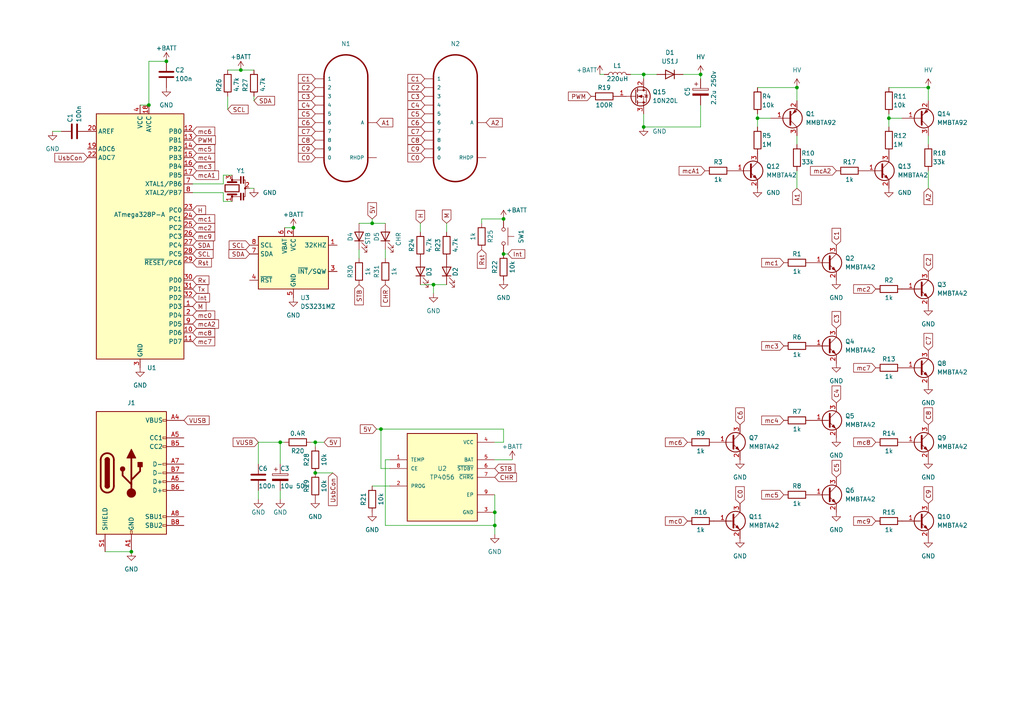
<source format=kicad_sch>
(kicad_sch (version 20211123) (generator eeschema)
  (paper "A4")
  (lib_symbols
    (symbol "Connector:USB_C_Receptacle_USB2.0" (pin_names (offset 1.016))
      (property "Reference" "J" (at -10.16 19.05 0))
      (property "Value" "USB_C_Receptacle_USB2.0" (at 19.05 19.05 0))
      (symbol "USB_C_Receptacle_USB2.0_1_1"
        (pin passive line (at 0 -22.86 90) (length 5.08) (name "GND") (number "A1"))
        (pin passive line (at 0 -22.86 90) (length 5.08) hide (name "GND") (number "A12"))
        (pin passive line (at 15.24 15.24 180) (length 5.08) (name "VBUS") (number "A4"))
        (pin bidirectional line (at 15.24 10.16 180) (length 5.08) (name "CC1") (number "A5"))
        (pin bidirectional line (at 15.24 -2.54 180) (length 5.08) (name "D+") (number "A6"))
        (pin bidirectional line (at 15.24 2.54 180) (length 5.08) (name "D-") (number "A7"))
        (pin bidirectional line (at 15.24 -12.7 180) (length 5.08) (name "SBU1") (number "A8"))
        (pin passive line (at 15.24 15.24 180) (length 5.08) hide (name "VBUS") (number "A9"))
        (pin passive line (at 0 -22.86 90) (length 5.08) hide (name "GND") (number "B1"))
        (pin passive line (at 0 -22.86 90) (length 5.08) hide (name "GND") (number "B12"))
        (pin passive line (at 15.24 15.24 180) (length 5.08) hide (name "VBUS") (number "B4"))
        (pin bidirectional line (at 15.24 7.62 180) (length 5.08) (name "CC2") (number "B5"))
        (pin bidirectional line (at 15.24 -5.08 180) (length 5.08) (name "D+") (number "B6"))
        (pin bidirectional line (at 15.24 0 180) (length 5.08) (name "D-") (number "B7"))
        (pin bidirectional line (at 15.24 -15.24 180) (length 5.08) (name "SBU2") (number "B8"))
        (pin passive line (at 15.24 15.24 180) (length 5.08) hide (name "VBUS") (number "B9"))
        (pin passive line (at -7.62 -22.86 90) (length 5.08) (name "SHIELD") (number "S1"))
      )
    )
    (symbol "Device:C" (pin_numbers hide) (pin_names (offset 0.254))
      (property "Reference" "C" (at 0.635 2.54 0))
      (property "Value" "C" (at 0.635 -2.54 0))
      (symbol "C_1_1"
        (pin passive line (at 0 3.81 270) (length 2.794) (name "~") (number "1"))
        (pin passive line (at 0 -3.81 90) (length 2.794) (name "~") (number "2"))
      )
    )
    (symbol "Device:C_Polarized" (pin_numbers hide) (pin_names (offset 0.254))
      (property "Reference" "C" (at 0.635 2.54 0))
      (property "Value" "C_Polarized" (at 0.635 -2.54 0))
      (symbol "C_Polarized_1_1"
        (pin passive line (at 0 3.81 270) (length 2.794) (name "~") (number "1"))
        (pin passive line (at 0 -3.81 90) (length 2.794) (name "~") (number "2"))
      )
    )
    (symbol "Device:L" (pin_numbers hide) (pin_names (offset 1.016) hide)
      (property "Reference" "L" (at -1.27 0 90))
      (property "Value" "L" (at 1.905 0 90))
      (symbol "L_1_1"
        (pin passive line (at 0 3.81 270) (length 1.27) (name "1") (number "1"))
        (pin passive line (at 0 -3.81 90) (length 1.27) (name "2") (number "2"))
      )
    )
    (symbol "Device:LED" (pin_numbers hide) (pin_names (offset 1.016) hide)
      (property "Reference" "D" (at 0 2.54 0))
      (property "Value" "LED" (at 0 -2.54 0))
      (symbol "LED_1_1"
        (pin passive line (at -3.81 0 0) (length 2.54) (name "K") (number "1"))
        (pin passive line (at 3.81 0 180) (length 2.54) (name "A") (number "2"))
      )
    )
    (symbol "Device:R" (pin_numbers hide) (pin_names (offset 0))
      (property "Reference" "R" (at 2.032 0 90))
      (property "Value" "R" (at 0 0 90))
      (symbol "R_1_1"
        (pin passive line (at 0 3.81 270) (length 1.27) (name "~") (number "1"))
        (pin passive line (at 0 -3.81 90) (length 1.27) (name "~") (number "2"))
      )
    )
    (symbol "Device:Resonator" (pin_names (offset 1.016) hide)
      (property "Reference" "Y" (at 0 5.715 0))
      (property "Value" "Resonator" (at 0 3.81 0))
      (symbol "Resonator_1_1"
        (pin passive line (at -3.81 0 0) (length 1.27) (name "1") (number "1"))
        (pin passive line (at 0 -5.08 90) (length 1.27) (name "2") (number "2"))
        (pin passive line (at 3.81 0 180) (length 1.27) (name "3") (number "3"))
      )
    )
    (symbol "Diode:US1J" (pin_numbers hide) (pin_names (offset 1.016) hide)
      (property "Reference" "D" (at 0 2.54 0))
      (property "Value" "US1J" (at 0 -2.54 0))
      (symbol "US1J_1_1"
        (pin passive line (at -3.81 0 0) (length 2.54) (name "K") (number "1"))
        (pin passive line (at 3.81 0 180) (length 2.54) (name "A") (number "2"))
      )
    )
    (symbol "IN-8-2:IN-8-2" (pin_numbers hide) (pin_names (offset 1.016))
      (property "Reference" "N" (at -3.175 20.955 0))
      (symbol "IN-8-2_0_0"
        (pin bidirectional line (at 10.16 -10.16 180) (length 2.54) (name "RHDP") (number "."))
        (pin bidirectional line (at -7.62 -10.16 0) (length 2.54) (name "0") (number "0"))
        (pin bidirectional line (at -7.62 12.7 0) (length 2.54) (name "1") (number "1"))
        (pin bidirectional line (at -7.62 10.16 0) (length 2.54) (name "2") (number "2"))
        (pin bidirectional line (at -7.62 7.62 0) (length 2.54) (name "3") (number "3"))
        (pin bidirectional line (at -7.62 5.08 0) (length 2.54) (name "4") (number "4"))
        (pin bidirectional line (at -7.62 2.54 0) (length 2.54) (name "5") (number "5"))
        (pin bidirectional line (at -7.62 0 0) (length 2.54) (name "6") (number "6"))
        (pin bidirectional line (at -7.62 -2.54 0) (length 2.54) (name "7") (number "7"))
        (pin bidirectional line (at -7.62 -5.08 0) (length 2.54) (name "8") (number "8"))
        (pin bidirectional line (at -7.62 -7.62 0) (length 2.54) (name "9") (number "9"))
        (pin bidirectional line (at 10.16 0 180) (length 2.54) (name "A") (number "A"))
      )
    )
    (symbol "MCU_Microchip_ATmega:ATmega328P-A"
      (property "Reference" "U" (at -12.7 36.83 0))
      (property "Value" "ATmega328P-A" (at 2.54 -36.83 0))
      (symbol "ATmega328P-A_1_1"
        (pin bidirectional line (at 15.24 -20.32 180) (length 2.54) (name "PD3") (number "1"))
        (pin bidirectional line (at 15.24 -27.94 180) (length 2.54) (name "PD6") (number "10"))
        (pin bidirectional line (at 15.24 -30.48 180) (length 2.54) (name "PD7") (number "11"))
        (pin bidirectional line (at 15.24 30.48 180) (length 2.54) (name "PB0") (number "12"))
        (pin bidirectional line (at 15.24 27.94 180) (length 2.54) (name "PB1") (number "13"))
        (pin bidirectional line (at 15.24 25.4 180) (length 2.54) (name "PB2") (number "14"))
        (pin bidirectional line (at 15.24 22.86 180) (length 2.54) (name "PB3") (number "15"))
        (pin bidirectional line (at 15.24 20.32 180) (length 2.54) (name "PB4") (number "16"))
        (pin bidirectional line (at 15.24 17.78 180) (length 2.54) (name "PB5") (number "17"))
        (pin power_in line (at 2.54 38.1 270) (length 2.54) (name "AVCC") (number "18"))
        (pin input line (at -15.24 25.4 0) (length 2.54) (name "ADC6") (number "19"))
        (pin bidirectional line (at 15.24 -22.86 180) (length 2.54) (name "PD4") (number "2"))
        (pin passive line (at -15.24 30.48 0) (length 2.54) (name "AREF") (number "20"))
        (pin passive line (at 0 -38.1 90) (length 2.54) hide (name "GND") (number "21"))
        (pin input line (at -15.24 22.86 0) (length 2.54) (name "ADC7") (number "22"))
        (pin bidirectional line (at 15.24 7.62 180) (length 2.54) (name "PC0") (number "23"))
        (pin bidirectional line (at 15.24 5.08 180) (length 2.54) (name "PC1") (number "24"))
        (pin bidirectional line (at 15.24 2.54 180) (length 2.54) (name "PC2") (number "25"))
        (pin bidirectional line (at 15.24 0 180) (length 2.54) (name "PC3") (number "26"))
        (pin bidirectional line (at 15.24 -2.54 180) (length 2.54) (name "PC4") (number "27"))
        (pin bidirectional line (at 15.24 -5.08 180) (length 2.54) (name "PC5") (number "28"))
        (pin bidirectional line (at 15.24 -7.62 180) (length 2.54) (name "~{RESET}/PC6") (number "29"))
        (pin power_in line (at 0 -38.1 90) (length 2.54) (name "GND") (number "3"))
        (pin bidirectional line (at 15.24 -12.7 180) (length 2.54) (name "PD0") (number "30"))
        (pin bidirectional line (at 15.24 -15.24 180) (length 2.54) (name "PD1") (number "31"))
        (pin bidirectional line (at 15.24 -17.78 180) (length 2.54) (name "PD2") (number "32"))
        (pin power_in line (at 0 38.1 270) (length 2.54) (name "VCC") (number "4"))
        (pin passive line (at 0 -38.1 90) (length 2.54) hide (name "GND") (number "5"))
        (pin passive line (at 0 38.1 270) (length 2.54) hide (name "VCC") (number "6"))
        (pin bidirectional line (at 15.24 15.24 180) (length 2.54) (name "XTAL1/PB6") (number "7"))
        (pin bidirectional line (at 15.24 12.7 180) (length 2.54) (name "XTAL2/PB7") (number "8"))
        (pin bidirectional line (at 15.24 -25.4 180) (length 2.54) (name "PD5") (number "9"))
      )
    )
    (symbol "MyLib:HV" (power) (pin_names (offset 0))
      (property "Value" "HV" (at 0 3.556 0))
      (symbol "HV_1_1"
        (pin power_in line (at 0 0 90) (length 0) hide (name "HV") (number "1"))
      )
    )
    (symbol "Switch:SW_Push" (pin_numbers hide) (pin_names (offset 1.016) hide)
      (property "Reference" "SW" (at 1.27 2.54 0))
      (property "Value" "SW_Push" (at 0 -1.524 0))
      (symbol "SW_Push_0_1"
        (pin passive line (at -5.08 0 0) (length 2.54) (name "1") (number "1"))
        (pin passive line (at 5.08 0 180) (length 2.54) (name "2") (number "2"))
      )
    )
    (symbol "TP4056:TP4056" (pin_names (offset 1.016))
      (property "Reference" "U" (at -10.16 13.208 0))
      (property "Value" "TP4056" (at -10.16 -15.24 0))
      (symbol "TP4056_0_0"
        (pin input line (at -15.24 5.08 0) (length 5.08) (name "TEMP") (number "1"))
        (pin bidirectional line (at -15.24 -2.54 0) (length 5.08) (name "PROG") (number "2"))
        (pin power_in line (at 15.24 -10.16 180) (length 5.08) (name "GND") (number "3"))
        (pin power_in line (at 15.24 10.16 180) (length 5.08) (name "VCC") (number "4"))
        (pin output line (at 15.24 5.08 180) (length 5.08) (name "BAT") (number "5"))
        (pin output line (at 15.24 2.54 180) (length 5.08) (name "~{STDBY}") (number "6"))
        (pin output line (at 15.24 0 180) (length 5.08) (name "~{CHRG}") (number "7"))
        (pin input line (at -15.24 2.54 0) (length 5.08) (name "CE") (number "8"))
        (pin passive line (at 15.24 -5.08 180) (length 5.08) (name "EP") (number "9"))
      )
    )
    (symbol "Timer_RTC:DS3231MZ"
      (property "Reference" "U" (at -7.62 8.89 0))
      (property "Value" "DS3231MZ" (at 11.43 8.89 0))
      (symbol "DS3231MZ_1_1"
        (pin open_collector line (at 12.7 5.08 180) (length 2.54) (name "32KHZ") (number "1"))
        (pin power_in line (at 0 10.16 270) (length 2.54) (name "VCC") (number "2"))
        (pin open_collector line (at 12.7 -2.54 180) (length 2.54) (name "~{INT}/SQW") (number "3"))
        (pin bidirectional line (at -12.7 -5.08 0) (length 2.54) (name "~{RST}") (number "4"))
        (pin power_in line (at 0 -10.16 90) (length 2.54) (name "GND") (number "5"))
        (pin power_in line (at -2.54 10.16 270) (length 2.54) (name "VBAT") (number "6"))
        (pin bidirectional line (at -12.7 2.54 0) (length 2.54) (name "SDA") (number "7"))
        (pin input line (at -12.7 5.08 0) (length 2.54) (name "SCL") (number "8"))
      )
    )
    (symbol "Transistor_BJT:MMBTA42" (pin_names (offset 0) hide)
      (property "Reference" "Q" (at 5.08 1.905 0))
      (property "Value" "MMBTA42" (at 5.08 0 0))
      (symbol "MMBTA42_1_1"
        (pin input line (at -5.08 0 0) (length 5.08) (name "B") (number "1"))
        (pin passive line (at 2.54 -5.08 90) (length 2.54) (name "E") (number "2"))
        (pin passive line (at 2.54 5.08 270) (length 2.54) (name "C") (number "3"))
      )
    )
    (symbol "Transistor_BJT:MMBTA92" (pin_names (offset 0) hide)
      (property "Reference" "Q" (at 5.08 1.905 0))
      (property "Value" "MMBTA92" (at 5.08 0 0))
      (symbol "MMBTA92_1_1"
        (pin input line (at -5.08 0 0) (length 5.08) (name "B") (number "1"))
        (pin passive line (at 2.54 -5.08 90) (length 2.54) (name "E") (number "2"))
        (pin passive line (at 2.54 5.08 270) (length 2.54) (name "C") (number "3"))
      )
    )
    (symbol "Transistor_FET:IRFS4115" (pin_names hide)
      (property "Reference" "Q" (at 5.08 1.905 0))
      (property "Value" "IRFS4115" (at 5.08 0 0))
      (symbol "IRFS4115_1_1"
        (pin passive line (at -5.08 0 0) (length 2.54) (name "G") (number "1"))
        (pin passive line (at 2.54 5.08 270) (length 2.54) (name "D") (number "2"))
        (pin passive line (at 2.54 -5.08 90) (length 2.54) (name "S") (number "3"))
      )
    )
    (symbol "power:+BATT" (power) (pin_names (offset 0))
      (property "Value" "+BATT" (at 0 3.556 0))
      (symbol "+BATT_1_1"
        (pin power_in line (at 0 0 90) (length 0) hide (name "+BATT") (number "1"))
      )
    )
    (symbol "power:GND" (power) (pin_names (offset 0))
      (property "Value" "GND" (at 0 -3.81 0))
      (symbol "GND_1_1"
        (pin power_in line (at 0 0 270) (length 0) hide (name "GND") (number "1"))
      )
    )
  )
  (junction (at 69.85 20.32))
  (junction (at 48.26 17.78))
  (junction (at 85.09 66.04))
  (junction (at 203.2 21.59))
  (junction (at 110.49 124.46))
  (junction (at 231.14 25.4))
  (junction (at 38.1 160.02))
  (junction (at 219.71 34.29))
  (junction (at 143.51 148.59))
  (junction (at 125.73 82.55))
  (junction (at 269.24 25.4))
  (junction (at 186.69 36.83))
  (junction (at 43.18 30.48))
  (junction (at 186.69 21.59))
  (junction (at 146.05 63.5))
  (junction (at 257.81 34.29))
  (junction (at 91.44 137.16))
  (junction (at 146.05 73.66))
  (junction (at 107.95 64.77))
  (junction (at 91.44 128.27))
  (junction (at 143.51 152.4))
  (junction (at 81.28 128.27))
  (wire (pts (xy 111.76 152.4) (xy 143.51 152.4)))
  (wire (pts (xy 143.51 143.51) (xy 143.51 148.59)))
  (wire (pts (xy 91.44 129.54) (xy 91.44 128.27)))
  (wire (pts (xy 269.24 25.4) (xy 269.24 29.21)))
  (wire (pts (xy 107.95 63.5) (xy 107.95 64.77)))
  (wire (pts (xy 186.69 21.59) (xy 186.69 22.86)))
  (wire (pts (xy 111.76 74.93) (xy 111.76 72.39)))
  (wire (pts (xy 257.81 33.02) (xy 257.81 34.29)))
  (wire (pts (xy 198.12 21.59) (xy 203.2 21.59)))
  (wire (pts (xy 107.95 64.77) (xy 111.76 64.77)))
  (wire (pts (xy 186.69 36.83) (xy 203.2 36.83)))
  (wire (pts (xy 72.39 54.61) (xy 73.66 54.61)))
  (wire (pts (xy 81.28 144.78) (xy 81.28 142.24)))
  (wire (pts (xy 139.7 64.77) (xy 139.7 63.5)))
  (wire (pts (xy 186.69 33.02) (xy 186.69 36.83)))
  (wire (pts (xy 257.81 34.29) (xy 257.81 36.83)))
  (wire (pts (xy 15.24 38.1) (xy 17.78 38.1)))
  (wire (pts (xy 231.14 49.53) (xy 231.14 54.61)))
  (wire (pts (xy 146.05 128.27) (xy 143.51 128.27)))
  (wire (pts (xy 104.14 72.39) (xy 104.14 74.93)))
  (wire (pts (xy 143.51 152.4) (xy 143.51 154.94)))
  (wire (pts (xy 125.73 82.55) (xy 129.54 82.55)))
  (wire (pts (xy 125.73 85.09) (xy 125.73 82.55)))
  (wire (pts (xy 69.85 20.32) (xy 73.66 20.32)))
  (wire (pts (xy 64.77 55.88) (xy 64.77 58.42)))
  (wire (pts (xy 73.66 27.94) (xy 73.66 29.21)))
  (wire (pts (xy 257.81 34.29) (xy 261.62 34.29)))
  (wire (pts (xy 113.03 135.89) (xy 110.49 135.89)))
  (wire (pts (xy 91.44 128.27) (xy 93.98 128.27)))
  (wire (pts (xy 121.92 64.77) (xy 121.92 67.31)))
  (wire (pts (xy 107.95 140.97) (xy 113.03 140.97)))
  (wire (pts (xy 104.14 64.77) (xy 107.95 64.77)))
  (wire (pts (xy 66.04 27.94) (xy 66.04 31.75)))
  (wire (pts (xy 82.55 66.04) (xy 85.09 66.04)))
  (wire (pts (xy 219.71 33.02) (xy 219.71 34.29)))
  (wire (pts (xy 129.54 64.77) (xy 129.54 67.31)))
  (wire (pts (xy 269.24 49.53) (xy 269.24 54.61)))
  (wire (pts (xy 219.71 34.29) (xy 219.71 36.83)))
  (wire (pts (xy 74.93 128.27) (xy 81.28 128.27)))
  (wire (pts (xy 110.49 124.46) (xy 146.05 124.46)))
  (wire (pts (xy 74.93 134.62) (xy 74.93 128.27)))
  (wire (pts (xy 110.49 124.46) (xy 110.49 135.89)))
  (wire (pts (xy 64.77 53.34) (xy 64.77 50.8)))
  (wire (pts (xy 121.92 82.55) (xy 125.73 82.55)))
  (wire (pts (xy 203.2 36.83) (xy 203.2 30.48)))
  (wire (pts (xy 81.28 128.27) (xy 82.55 128.27)))
  (wire (pts (xy 203.2 21.59) (xy 203.2 22.86)))
  (wire (pts (xy 109.22 124.46) (xy 110.49 124.46)))
  (wire (pts (xy 143.51 133.35) (xy 148.59 133.35)))
  (wire (pts (xy 74.93 144.78) (xy 74.93 142.24)))
  (wire (pts (xy 43.18 17.78) (xy 43.18 30.48)))
  (wire (pts (xy 55.88 55.88) (xy 64.77 55.88)))
  (wire (pts (xy 257.81 25.4) (xy 269.24 25.4)))
  (wire (pts (xy 64.77 58.42) (xy 67.31 58.42)))
  (wire (pts (xy 139.7 63.5) (xy 146.05 63.5)))
  (wire (pts (xy 48.26 17.78) (xy 43.18 17.78)))
  (wire (pts (xy 113.03 133.35) (xy 111.76 133.35)))
  (wire (pts (xy 231.14 39.37) (xy 231.14 41.91)))
  (wire (pts (xy 66.04 20.32) (xy 69.85 20.32)))
  (wire (pts (xy 186.69 21.59) (xy 190.5 21.59)))
  (wire (pts (xy 55.88 53.34) (xy 64.77 53.34)))
  (wire (pts (xy 111.76 133.35) (xy 111.76 152.4)))
  (wire (pts (xy 147.32 73.66) (xy 146.05 73.66)))
  (wire (pts (xy 143.51 148.59) (xy 143.51 152.4)))
  (wire (pts (xy 30.48 160.02) (xy 38.1 160.02)))
  (wire (pts (xy 182.88 21.59) (xy 186.69 21.59)))
  (wire (pts (xy 64.77 50.8) (xy 67.31 50.8)))
  (wire (pts (xy 146.05 124.46) (xy 146.05 128.27)))
  (wire (pts (xy 90.17 128.27) (xy 91.44 128.27)))
  (wire (pts (xy 269.24 39.37) (xy 269.24 41.91)))
  (wire (pts (xy 219.71 34.29) (xy 223.52 34.29)))
  (wire (pts (xy 96.52 137.16) (xy 91.44 137.16)))
  (wire (pts (xy 231.14 25.4) (xy 231.14 29.21)))
  (wire (pts (xy 173.99 21.59) (xy 175.26 21.59)))
  (wire (pts (xy 81.28 128.27) (xy 81.28 134.62)))
  (wire (pts (xy 40.64 30.48) (xy 43.18 30.48)))
  (wire (pts (xy 219.71 25.4) (xy 231.14 25.4)))
  (global_label "C1" (shape input) (at 91.44 22.86 180) (property "Intersheet References" "${INTERSHEET_REFS}" (effects hide)))
  (global_label "mc8" (shape input) (at 55.88 96.52 0) (property "Intersheet References" "${INTERSHEET_REFS}" (effects hide)))
  (global_label "M" (shape input) (at 55.88 88.9 0) (property "Intersheet References" "${INTERSHEET_REFS}" (effects hide)))
  (global_label "VUSB" (shape input) (at 74.93 128.27 180) (property "Intersheet References" "${INTERSHEET_REFS}" (effects hide)))
  (global_label "mc4" (shape input) (at 227.33 121.92 180) (property "Intersheet References" "${INTERSHEET_REFS}" (effects hide)))
  (global_label "C0" (shape input) (at 214.63 146.05 90) (property "Intersheet References" "${INTERSHEET_REFS}" (effects hide)))
  (global_label "C1" (shape input) (at 242.57 71.12 90) (property "Intersheet References" "${INTERSHEET_REFS}" (effects hide)))
  (global_label "SCL" (shape input) (at 72.39 71.12 180) (property "Intersheet References" "${INTERSHEET_REFS}" (effects hide)))
  (global_label "mc1" (shape input) (at 55.88 63.5 0) (property "Intersheet References" "${INTERSHEET_REFS}" (effects hide)))
  (global_label "mc9" (shape input) (at 55.88 68.58 0) (property "Intersheet References" "${INTERSHEET_REFS}" (effects hide)))
  (global_label "5V" (shape input) (at 93.98 128.27 0) (property "Intersheet References" "${INTERSHEET_REFS}" (effects hide)))
  (global_label "mc6" (shape input) (at 199.39 128.27 180) (property "Intersheet References" "${INTERSHEET_REFS}" (effects hide)))
  (global_label "STB" (shape input) (at 143.51 135.89 0) (property "Intersheet References" "${INTERSHEET_REFS}" (effects hide)))
  (global_label "C3" (shape input) (at 123.19 27.94 180) (property "Intersheet References" "${INTERSHEET_REFS}" (effects hide)))
  (global_label "A1" (shape input) (at 109.22 35.56 0) (property "Intersheet References" "${INTERSHEET_REFS}" (effects hide)))
  (global_label "SCL" (shape input) (at 55.88 73.66 0) (property "Intersheet References" "${INTERSHEET_REFS}" (effects hide)))
  (global_label "C9" (shape input) (at 269.24 146.05 90) (property "Intersheet References" "${INTERSHEET_REFS}" (effects hide)))
  (global_label "5V" (shape input) (at 109.22 124.46 180) (property "Intersheet References" "${INTERSHEET_REFS}" (effects hide)))
  (global_label "mc0" (shape input) (at 199.39 151.13 180) (property "Intersheet References" "${INTERSHEET_REFS}" (effects hide)))
  (global_label "mcA1" (shape input) (at 204.47 49.53 180) (property "Intersheet References" "${INTERSHEET_REFS}" (effects hide)))
  (global_label "mc7" (shape input) (at 55.88 99.06 0) (property "Intersheet References" "${INTERSHEET_REFS}" (effects hide)))
  (global_label "VUSB" (shape input) (at 53.34 121.92 0) (property "Intersheet References" "${INTERSHEET_REFS}" (effects hide)))
  (global_label "CHR" (shape input) (at 143.51 138.43 0) (property "Intersheet References" "${INTERSHEET_REFS}" (effects hide)))
  (global_label "SDA" (shape input) (at 55.88 71.12 0) (property "Intersheet References" "${INTERSHEET_REFS}" (effects hide)))
  (global_label "CHR" (shape input) (at 111.76 82.55 270) (property "Intersheet References" "${INTERSHEET_REFS}" (effects hide)))
  (global_label "H" (shape input) (at 121.92 64.77 90) (property "Intersheet References" "${INTERSHEET_REFS}" (effects hide)))
  (global_label "C5" (shape input) (at 91.44 33.02 180) (property "Intersheet References" "${INTERSHEET_REFS}" (effects hide)))
  (global_label "C9" (shape input) (at 123.19 43.18 180) (property "Intersheet References" "${INTERSHEET_REFS}" (effects hide)))
  (global_label "Tx" (shape input) (at 55.88 83.82 0) (property "Intersheet References" "${INTERSHEET_REFS}" (effects hide)))
  (global_label "C4" (shape input) (at 242.57 116.84 90) (property "Intersheet References" "${INTERSHEET_REFS}" (effects hide)))
  (global_label "UsbCon" (shape input) (at 96.52 137.16 270) (property "Intersheet References" "${INTERSHEET_REFS}" (effects hide)))
  (global_label "A2" (shape input) (at 140.97 35.56 0) (property "Intersheet References" "${INTERSHEET_REFS}" (effects hide)))
  (global_label "SCL" (shape input) (at 66.04 31.75 0) (property "Intersheet References" "${INTERSHEET_REFS}" (effects hide)))
  (global_label "C9" (shape input) (at 91.44 43.18 180) (property "Intersheet References" "${INTERSHEET_REFS}" (effects hide)))
  (global_label "C8" (shape input) (at 269.24 123.19 90) (property "Intersheet References" "${INTERSHEET_REFS}" (effects hide)))
  (global_label "mc2" (shape input) (at 55.88 66.04 0) (property "Intersheet References" "${INTERSHEET_REFS}" (effects hide)))
  (global_label "PWM" (shape input) (at 171.45 27.94 180) (property "Intersheet References" "${INTERSHEET_REFS}" (effects hide)))
  (global_label "Rst" (shape input) (at 139.7 72.39 270) (property "Intersheet References" "${INTERSHEET_REFS}" (effects hide)))
  (global_label "C6" (shape input) (at 123.19 35.56 180) (property "Intersheet References" "${INTERSHEET_REFS}" (effects hide)))
  (global_label "C7" (shape input) (at 269.24 101.6 90) (property "Intersheet References" "${INTERSHEET_REFS}" (effects hide)))
  (global_label "mcA2" (shape input) (at 242.57 49.53 180) (property "Intersheet References" "${INTERSHEET_REFS}" (effects hide)))
  (global_label "mc4" (shape input) (at 55.88 45.72 0) (property "Intersheet References" "${INTERSHEET_REFS}" (effects hide)))
  (global_label "mc0" (shape input) (at 55.88 91.44 0) (property "Intersheet References" "${INTERSHEET_REFS}" (effects hide)))
  (global_label "mc8" (shape input) (at 254 128.27 180) (property "Intersheet References" "${INTERSHEET_REFS}" (effects hide)))
  (global_label "mc2" (shape input) (at 254 83.82 180) (property "Intersheet References" "${INTERSHEET_REFS}" (effects hide)))
  (global_label "mc5" (shape input) (at 55.88 43.18 0) (property "Intersheet References" "${INTERSHEET_REFS}" (effects hide)))
  (global_label "C2" (shape input) (at 123.19 25.4 180) (property "Intersheet References" "${INTERSHEET_REFS}" (effects hide)))
  (global_label "C8" (shape input) (at 123.19 40.64 180) (property "Intersheet References" "${INTERSHEET_REFS}" (effects hide)))
  (global_label "STB" (shape input) (at 104.14 82.55 270) (property "Intersheet References" "${INTERSHEET_REFS}" (effects hide)))
  (global_label "C5" (shape input) (at 123.19 33.02 180) (property "Intersheet References" "${INTERSHEET_REFS}" (effects hide)))
  (global_label "mcA2" (shape input) (at 55.88 93.98 0) (property "Intersheet References" "${INTERSHEET_REFS}" (effects hide)))
  (global_label "C8" (shape input) (at 91.44 40.64 180) (property "Intersheet References" "${INTERSHEET_REFS}" (effects hide)))
  (global_label "SDA" (shape input) (at 73.66 29.21 0) (property "Intersheet References" "${INTERSHEET_REFS}" (effects hide)))
  (global_label "C0" (shape input) (at 123.19 45.72 180) (property "Intersheet References" "${INTERSHEET_REFS}" (effects hide)))
  (global_label "5V" (shape input) (at 107.95 63.5 90) (property "Intersheet References" "${INTERSHEET_REFS}" (effects hide)))
  (global_label "C1" (shape input) (at 123.19 22.86 180) (property "Intersheet References" "${INTERSHEET_REFS}" (effects hide)))
  (global_label "H" (shape input) (at 55.88 60.96 0) (property "Intersheet References" "${INTERSHEET_REFS}" (effects hide)))
  (global_label "C6" (shape input) (at 91.44 35.56 180) (property "Intersheet References" "${INTERSHEET_REFS}" (effects hide)))
  (global_label "mc3" (shape input) (at 55.88 48.26 0) (property "Intersheet References" "${INTERSHEET_REFS}" (effects hide)))
  (global_label "C4" (shape input) (at 91.44 30.48 180) (property "Intersheet References" "${INTERSHEET_REFS}" (effects hide)))
  (global_label "SDA" (shape input) (at 72.39 73.66 180) (property "Intersheet References" "${INTERSHEET_REFS}" (effects hide)))
  (global_label "UsbCon" (shape input) (at 25.4 45.72 180) (property "Intersheet References" "${INTERSHEET_REFS}" (effects hide)))
  (global_label "C7" (shape input) (at 91.44 38.1 180) (property "Intersheet References" "${INTERSHEET_REFS}" (effects hide)))
  (global_label "Rx" (shape input) (at 55.88 81.28 0) (property "Intersheet References" "${INTERSHEET_REFS}" (effects hide)))
  (global_label "Rst" (shape input) (at 55.88 76.2 0) (property "Intersheet References" "${INTERSHEET_REFS}" (effects hide)))
  (global_label "C2" (shape input) (at 91.44 25.4 180) (property "Intersheet References" "${INTERSHEET_REFS}" (effects hide)))
  (global_label "Int" (shape input) (at 55.88 86.36 0) (property "Intersheet References" "${INTERSHEET_REFS}" (effects hide)))
  (global_label "C7" (shape input) (at 123.19 38.1 180) (property "Intersheet References" "${INTERSHEET_REFS}" (effects hide)))
  (global_label "Int" (shape input) (at 147.32 73.66 0) (property "Intersheet References" "${INTERSHEET_REFS}" (effects hide)))
  (global_label "C6" (shape input) (at 214.63 123.19 90) (property "Intersheet References" "${INTERSHEET_REFS}" (effects hide)))
  (global_label "mc1" (shape input) (at 227.33 76.2 180) (property "Intersheet References" "${INTERSHEET_REFS}" (effects hide)))
  (global_label "C4" (shape input) (at 123.19 30.48 180) (property "Intersheet References" "${INTERSHEET_REFS}" (effects hide)))
  (global_label "A2" (shape input) (at 269.24 54.61 270) (property "Intersheet References" "${INTERSHEET_REFS}" (effects hide)))
  (global_label "C2" (shape input) (at 269.24 78.74 90) (property "Intersheet References" "${INTERSHEET_REFS}" (effects hide)))
  (global_label "mc7" (shape input) (at 254 106.68 180) (property "Intersheet References" "${INTERSHEET_REFS}" (effects hide)))
  (global_label "C3" (shape input) (at 242.57 95.25 90) (property "Intersheet References" "${INTERSHEET_REFS}" (effects hide)))
  (global_label "M" (shape input) (at 129.54 64.77 90) (property "Intersheet References" "${INTERSHEET_REFS}" (effects hide)))
  (global_label "C5" (shape input) (at 242.57 138.43 90) (property "Intersheet References" "${INTERSHEET_REFS}" (effects hide)))
  (global_label "C0" (shape input) (at 91.44 45.72 180) (property "Intersheet References" "${INTERSHEET_REFS}" (effects hide)))
  (global_label "A1" (shape input) (at 231.14 54.61 270) (property "Intersheet References" "${INTERSHEET_REFS}" (effects hide)))
  (global_label "mc5" (shape input) (at 227.33 143.51 180) (property "Intersheet References" "${INTERSHEET_REFS}" (effects hide)))
  (global_label "mc9" (shape input) (at 254 151.13 180) (property "Intersheet References" "${INTERSHEET_REFS}" (effects hide)))
  (global_label "mc3" (shape input) (at 227.33 100.33 180) (property "Intersheet References" "${INTERSHEET_REFS}" (effects hide)))
  (global_label "mc6" (shape input) (at 55.88 38.1 0) (property "Intersheet References" "${INTERSHEET_REFS}" (effects hide)))
  (global_label "C3" (shape input) (at 91.44 27.94 180) (property "Intersheet References" "${INTERSHEET_REFS}" (effects hide)))
  (global_label "PWM" (shape input) (at 55.88 40.64 0) (property "Intersheet References" "${INTERSHEET_REFS}" (effects hide)))
  (global_label "mcA1" (shape input) (at 55.88 50.8 0) (property "Intersheet References" "${INTERSHEET_REFS}" (effects hide)))
  (symbol (lib_id "Device:R") (at 219.71 29.21 180) (unit 1)
    (property "Reference" "R4" (at 220.98 27.94 0) (effects (justify right)))
    (property "Value" "10k" (at 220.98 30.48 0) (effects (justify right)))
    (property "Footprint" "Resistor_SMD:R_0805_2012Metric" (effects hide))
  )
  (symbol (lib_id "Device:R") (at 139.7 68.58 0) (unit 1)
    (property "Reference" "R25" (at 142.24 68.58 90))
    (property "Value" "1k" (at 137.16 68.58 90))
    (property "Footprint" "Resistor_SMD:R_0805_2012Metric" (effects hide))
  )
  (symbol (lib_id "Transistor_BJT:MMBTA42") (at 212.09 128.27 0) (unit 1)
    (property "Reference" "Q7" (at 217.17 126.9999 0) (effects (justify left)))
    (property "Value" "MMBTA42" (at 217.17 129.5399 0) (effects (justify left)))
    (property "Footprint" "Package_TO_SOT_SMD:SOT-23" (effects hide))
    (property "Datasheet" "https://www.onsemi.com/pub/Collateral/MMBTA42LT1-D.PDF" (effects hide))
  )
  (symbol (lib_id "Device:LED") (at 129.54 78.74 90) (unit 1)
    (property "Reference" "D2" (at 132.08 77.47 0) (effects (justify right)))
    (property "Value" "LED" (effects hide))
    (property "Footprint" "LED_THT:LED_D3.0mm_Clear" (effects hide))
  )
  (symbol (lib_id "Device:R") (at 246.38 49.53 90) (unit 1)
    (property "Reference" "R17" (at 246.38 46.99 90))
    (property "Value" "1k" (at 246.38 52.07 90))
    (property "Footprint" "Resistor_SMD:R_0805_2012Metric" (effects hide))
  )
  (symbol (lib_id "power:GND") (at 81.28 144.78 0) (unit 1)
    (property "Reference" "#PWR0123" (effects hide))
    (property "Value" "GND" (at 81.28 148.59 0))
  )
  (symbol (lib_id "power:GND") (at 186.69 36.83 0) (unit 1)
    (property "Reference" "#PWR0118" (effects hide))
    (property "Value" "GND" (at 189.23 38.0999 0) (effects (justify left)))
  )
  (symbol (lib_id "Device:C") (at 48.26 21.59 0) (unit 1)
    (property "Reference" "C2" (at 50.8 20.32 0) (effects (justify left)))
    (property "Value" "100n" (at 50.8 22.86 0) (effects (justify left)))
    (property "Footprint" "Capacitor_SMD:C_0805_2012Metric" (effects hide))
  )
  (symbol (lib_id "Device:R") (at 146.05 77.47 180) (unit 1)
    (property "Reference" "R22" (at 143.51 77.47 90))
    (property "Value" "10k" (at 148.59 77.47 90))
    (property "Footprint" "Resistor_SMD:R_0805_2012Metric" (effects hide))
  )
  (symbol (lib_id "power:GND") (at 269.24 156.21 0) (unit 1)
    (property "Reference" "#PWR0107" (effects hide))
    (property "Value" "GND" (at 269.24 161.29 0))
  )
  (symbol (lib_id "Transistor_BJT:MMBTA42") (at 212.09 151.13 0) (unit 1)
    (property "Reference" "Q11" (at 217.17 149.8599 0) (effects (justify left)))
    (property "Value" "MMBTA42" (at 217.17 152.3999 0) (effects (justify left)))
    (property "Footprint" "Package_TO_SOT_SMD:SOT-23" (effects hide))
    (property "Datasheet" "https://www.onsemi.com/pub/Collateral/MMBTA42LT1-D.PDF" (effects hide))
  )
  (symbol (lib_id "power:GND") (at 48.26 25.4 0) (unit 1)
    (property "Reference" "#PWR0114" (effects hide))
    (property "Value" "GND" (at 48.26 30.48 0))
  )
  (symbol (lib_id "power:+BATT") (at 148.59 133.35 0) (unit 1)
    (property "Reference" "#PWR0120" (effects hide))
    (property "Value" "+BATT" (at 148.59 129.54 0))
  )
  (symbol (lib_id "Device:LED") (at 121.92 78.74 90) (unit 1)
    (property "Reference" "D3" (at 124.46 77.47 0) (effects (justify right)))
    (property "Value" "LED" (effects hide))
    (property "Footprint" "LED_THT:LED_D3.0mm_Clear" (effects hide))
  )
  (symbol (lib_id "power:+BATT") (at 85.09 66.04 0) (unit 1)
    (property "Reference" "#PWR0130" (effects hide))
    (property "Value" "+BATT" (at 85.09 62.23 0))
  )
  (symbol (lib_id "Device:R") (at 203.2 128.27 90) (unit 1)
    (property "Reference" "R9" (at 203.2 125.73 90))
    (property "Value" "1k" (at 203.2 130.81 90))
    (property "Footprint" "Resistor_SMD:R_0805_2012Metric" (effects hide))
  )
  (symbol (lib_id "power:+BATT") (at 173.99 21.59 0) (unit 1)
    (property "Reference" "#PWR0116" (effects hide))
    (property "Value" "+BATT" (at 170.18 20.32 0))
  )
  (symbol (lib_id "Connector:USB_C_Receptacle_USB2.0") (at 38.1 137.16 0) (unit 1)
    (property "Reference" "J1" (at 38.1 116.84 0))
    (property "Value" "USB_C_Receptacle_USB2.0" (effects hide))
    (property "Footprint" "Connector_USB:USB_C_Receptacle_JAE_DX07S016JA1R1500" (effects hide))
    (property "Datasheet" "https://www.usb.org/sites/default/files/documents/usb_type-c.zip" (effects hide))
  )
  (symbol (lib_id "power:+BATT") (at 146.05 63.5 0) (unit 1)
    (property "Reference" "#PWR0127" (effects hide))
    (property "Value" "+BATT" (at 149.86 60.96 0))
  )
  (symbol (lib_id "Transistor_BJT:MMBTA42") (at 266.7 83.82 0) (unit 1)
    (property "Reference" "Q3" (at 271.78 82.5499 0) (effects (justify left)))
    (property "Value" "MMBTA42" (at 271.78 85.0899 0) (effects (justify left)))
    (property "Footprint" "Package_TO_SOT_SMD:SOT-23" (effects hide))
    (property "Datasheet" "https://www.onsemi.com/pub/Collateral/MMBTA42LT1-D.PDF" (effects hide))
  )
  (symbol (lib_id "power:GND") (at 38.1 160.02 0) (unit 1)
    (property "Reference" "#PWR0119" (effects hide))
    (property "Value" "GND" (at 38.1 165.1 0))
  )
  (symbol (lib_id "Device:R") (at 231.14 100.33 90) (unit 1)
    (property "Reference" "R6" (at 231.14 97.79 90))
    (property "Value" "1k" (at 231.14 102.87 90))
    (property "Footprint" "Resistor_SMD:R_0805_2012Metric" (effects hide))
  )
  (symbol (lib_id "power:GND") (at 269.24 111.76 0) (unit 1)
    (property "Reference" "#PWR0105" (effects hide))
    (property "Value" "GND" (at 269.24 116.84 0))
  )
  (symbol (lib_id "power:GND") (at 40.64 106.68 0) (unit 1)
    (property "Reference" "#PWR0112" (effects hide))
    (property "Value" "GND" (at 40.64 111.76 0))
  )
  (symbol (lib_id "Transistor_BJT:MMBTA92") (at 266.7 34.29 0) (mirror x) (unit 1)
    (property "Reference" "Q14" (at 271.78 33.0199 0) (effects (justify left)))
    (property "Value" "MMBTA92" (at 271.78 35.5599 0) (effects (justify left)))
    (property "Footprint" "Package_TO_SOT_SMD:SOT-23" (effects hide))
    (property "Datasheet" "https://www.onsemi.com/pub/Collateral/MMBTA92LT1-D.PDF" (effects hide))
  )
  (symbol (lib_id "power:GND") (at 91.44 144.78 0) (unit 1)
    (property "Reference" "#PWR0131" (effects hide))
    (property "Value" "GND" (at 91.44 149.86 0))
  )
  (symbol (lib_id "Transistor_BJT:MMBTA42") (at 240.03 100.33 0) (unit 1)
    (property "Reference" "Q4" (at 245.11 99.0599 0) (effects (justify left)))
    (property "Value" "MMBTA42" (at 245.11 101.5999 0) (effects (justify left)))
    (property "Footprint" "Package_TO_SOT_SMD:SOT-23" (effects hide))
    (property "Datasheet" "https://www.onsemi.com/pub/Collateral/MMBTA42LT1-D.PDF" (effects hide))
  )
  (symbol (lib_id "Device:R") (at 91.44 133.35 180) (unit 1)
    (property "Reference" "R28" (at 88.9 133.35 90))
    (property "Value" "10k" (at 93.98 133.35 90))
    (property "Footprint" "Resistor_SMD:R_0805_2012Metric" (effects hide))
  )
  (symbol (lib_id "power:GND") (at 73.66 54.61 0) (unit 1)
    (property "Reference" "#PWR0111" (effects hide))
    (property "Value" "GND" (at 76.2 55.8799 0) (effects (justify left)))
  )
  (symbol (lib_id "Device:R") (at 269.24 45.72 180) (unit 1)
    (property "Reference" "R18" (at 270.51 44.45 0) (effects (justify right)))
    (property "Value" "33k" (at 270.51 46.99 0) (effects (justify right)))
    (property "Footprint" "Resistor_SMD:R_0805_2012Metric" (effects hide))
  )
  (symbol (lib_id "Device:LED") (at 111.76 68.58 90) (unit 1)
    (property "Reference" "D5" (at 109.22 67.31 0) (effects (justify right)))
    (property "Value" "CHR" (at 115.57 67.31 0) (effects (justify right)))
    (property "Footprint" "LED_SMD:LED_0805_2012Metric" (effects hide))
  )
  (symbol (lib_id "Device:R") (at 257.81 151.13 90) (unit 1)
    (property "Reference" "R15" (at 257.81 148.59 90))
    (property "Value" "1k" (at 257.81 153.67 90))
    (property "Footprint" "Resistor_SMD:R_0805_2012Metric" (effects hide))
  )
  (symbol (lib_id "power:GND") (at 219.71 54.61 0) (unit 1)
    (property "Reference" "#PWR01" (effects hide))
    (property "Value" "GND" (at 222.25 55.8799 0) (effects (justify left)))
  )
  (symbol (lib_id "Device:R") (at 257.81 128.27 90) (unit 1)
    (property "Reference" "R14" (at 257.81 125.73 90))
    (property "Value" "1k" (at 257.81 130.81 90))
    (property "Footprint" "Resistor_SMD:R_0805_2012Metric" (effects hide))
  )
  (symbol (lib_id "Device:R") (at 104.14 78.74 180) (unit 1)
    (property "Reference" "R30" (at 101.6 78.74 90))
    (property "Value" "1k" (at 106.68 78.74 90))
    (property "Footprint" "Resistor_SMD:R_0805_2012Metric" (effects hide))
  )
  (symbol (lib_id "Diode:US1J") (at 194.31 21.59 180) (unit 1)
    (property "Reference" "D1" (at 194.31 15.24 0))
    (property "Value" "US1J" (at 194.31 17.78 0))
    (property "Footprint" "Diode_SMD:D_SMA" (effects hide))
    (property "Datasheet" "https://www.diodes.com/assets/Datasheets/ds16008.pdf" (effects hide))
  )
  (symbol (lib_id "Device:R") (at 219.71 40.64 180) (unit 1)
    (property "Reference" "R5" (at 220.98 39.37 0) (effects (justify right)))
    (property "Value" "1M" (at 220.98 41.91 0) (effects (justify right)))
    (property "Footprint" "Resistor_SMD:R_0805_2012Metric" (effects hide))
  )
  (symbol (lib_id "power:GND") (at 125.73 85.09 0) (unit 1)
    (property "Reference" "#PWR0125" (effects hide))
    (property "Value" "GND" (at 125.73 90.17 0))
  )
  (symbol (lib_id "Transistor_BJT:MMBTA42") (at 266.7 151.13 0) (unit 1)
    (property "Reference" "Q10" (at 271.78 149.8599 0) (effects (justify left)))
    (property "Value" "MMBTA42" (at 271.78 152.3999 0) (effects (justify left)))
    (property "Footprint" "Package_TO_SOT_SMD:SOT-23" (effects hide))
    (property "Datasheet" "https://www.onsemi.com/pub/Collateral/MMBTA42LT1-D.PDF" (effects hide))
  )
  (symbol (lib_id "Device:R") (at 257.81 106.68 90) (unit 1)
    (property "Reference" "R13" (at 257.81 104.14 90))
    (property "Value" "1k" (at 257.81 109.22 90))
    (property "Footprint" "Resistor_SMD:R_0805_2012Metric" (effects hide))
  )
  (symbol (lib_id "Transistor_FET:IRFS4115") (at 184.15 27.94 0) (unit 1)
    (property "Reference" "Q15" (at 189.23 26.67 0) (effects (justify left)))
    (property "Value" "10N20L" (at 189.23 29.21 0) (effects (justify left)))
    (property "Footprint" "Package_TO_SOT_SMD:TO-252-2" (effects hide))
    (property "Datasheet" "https://www.infineon.com/dgdl/irfs4115pbf.pdf?fileId=5546d462533600a401535636e5d2218f" (effects hide))
  )
  (symbol (lib_id "MyLib:HV") (at 269.24 25.4 0) (unit 1)
    (property "Reference" "#PWR04" (effects hide))
    (property "Value" "HV" (at 269.24 20.32 0))
  )
  (symbol (lib_id "Transistor_BJT:MMBTA42") (at 266.7 106.68 0) (unit 1)
    (property "Reference" "Q8" (at 271.78 105.4099 0) (effects (justify left)))
    (property "Value" "MMBTA42" (at 271.78 107.9499 0) (effects (justify left)))
    (property "Footprint" "Package_TO_SOT_SMD:SOT-23" (effects hide))
    (property "Datasheet" "https://www.onsemi.com/pub/Collateral/MMBTA42LT1-D.PDF" (effects hide))
  )
  (symbol (lib_id "power:GND") (at 269.24 133.35 0) (unit 1)
    (property "Reference" "#PWR0104" (effects hide))
    (property "Value" "GND" (at 269.24 138.43 0))
  )
  (symbol (lib_id "Device:R") (at 208.28 49.53 90) (unit 1)
    (property "Reference" "R3" (at 208.28 46.99 90))
    (property "Value" "1k" (at 208.28 52.07 90))
    (property "Footprint" "Resistor_SMD:R_0805_2012Metric" (effects hide))
  )
  (symbol (lib_id "power:GND") (at 242.57 81.28 0) (unit 1)
    (property "Reference" "#PWR0109" (effects hide))
    (property "Value" "GND" (at 242.57 86.36 0))
  )
  (symbol (lib_id "Device:C_Polarized") (at 81.28 138.43 0) (unit 1)
    (property "Reference" "C3" (at 81.28 135.89 0) (effects (justify left)))
    (property "Value" "10u 50v" (at 81.28 140.97 0) (effects (justify left)))
    (property "Footprint" "Capacitor_THT:CP_Radial_D5.0mm_P2.00mm" (effects hide))
  )
  (symbol (lib_id "Device:R") (at 175.26 27.94 90) (unit 1)
    (property "Reference" "R19" (at 175.26 25.4 90))
    (property "Value" "100R" (at 175.26 30.48 90))
    (property "Footprint" "Resistor_SMD:R_0805_2012Metric" (effects hide))
  )
  (symbol (lib_id "Device:R") (at 203.2 151.13 90) (unit 1)
    (property "Reference" "R16" (at 203.2 148.59 90))
    (property "Value" "1k" (at 203.2 153.67 90))
    (property "Footprint" "Resistor_SMD:R_0805_2012Metric" (effects hide))
  )
  (symbol (lib_id "Transistor_BJT:MMBTA42") (at 266.7 128.27 0) (unit 1)
    (property "Reference" "Q9" (at 271.78 126.9999 0) (effects (justify left)))
    (property "Value" "MMBTA42" (at 271.78 129.5399 0) (effects (justify left)))
    (property "Footprint" "Package_TO_SOT_SMD:SOT-23" (effects hide))
    (property "Datasheet" "https://www.onsemi.com/pub/Collateral/MMBTA42LT1-D.PDF" (effects hide))
  )
  (symbol (lib_id "power:+BATT") (at 69.85 20.32 0) (unit 1)
    (property "Reference" "#PWR0128" (effects hide))
    (property "Value" "+BATT" (at 69.85 16.51 0))
  )
  (symbol (lib_id "MyLib:HV") (at 203.2 21.59 0) (unit 1)
    (property "Reference" "#PWR0117" (effects hide))
    (property "Value" "HV" (at 203.2 16.51 0))
  )
  (symbol (lib_id "power:GND") (at 85.09 86.36 0) (unit 1)
    (property "Reference" "#PWR0129" (effects hide))
    (property "Value" "GND" (at 85.09 91.44 0))
  )
  (symbol (lib_id "Switch:SW_Push") (at 146.05 68.58 270) (unit 1)
    (property "Reference" "SW1" (at 151.13 68.58 0))
    (property "Value" "SW_Push" (effects hide))
    (property "Footprint" "Buttons_Switches_THT:SW_Tactile_SKHH_Angled" (effects hide))
  )
  (symbol (lib_id "power:GND") (at 146.05 81.28 0) (unit 1)
    (property "Reference" "#PWR0126" (effects hide))
    (property "Value" "GND" (at 146.05 86.36 0))
  )
  (symbol (lib_id "Device:C") (at 21.59 38.1 90) (unit 1)
    (property "Reference" "C1" (at 20.32 35.56 0) (effects (justify left)))
    (property "Value" "100n" (at 22.86 35.56 0) (effects (justify left)))
    (property "Footprint" "Capacitor_SMD:C_0805_2012Metric" (effects hide))
  )
  (symbol (lib_id "power:GND") (at 143.51 154.94 0) (unit 1)
    (property "Reference" "#PWR0121" (effects hide))
    (property "Value" "GND" (at 143.51 160.02 0))
  )
  (symbol (lib_id "Device:R") (at 129.54 71.12 180) (unit 1)
    (property "Reference" "R23" (at 127 71.12 90))
    (property "Value" "4.7k" (at 132.08 71.12 90))
    (property "Footprint" "Resistor_SMD:R_0805_2012Metric" (effects hide))
  )
  (symbol (lib_id "power:GND") (at 269.24 88.9 0) (unit 1)
    (property "Reference" "#PWR0110" (effects hide))
    (property "Value" "GND" (at 269.24 93.98 0))
  )
  (symbol (lib_id "IN-8-2:IN-8-2") (at 99.06 35.56 0) (unit 1)
    (property "Reference" "N1" (at 100.33 12.7 0))
    (property "Value" "IN-8-2" (effects hide))
    (property "Footprint" "IN-8-2:IN-8-2" (effects hide))
  )
  (symbol (lib_id "Device:R") (at 73.66 24.13 180) (unit 1)
    (property "Reference" "R27" (at 71.12 26.67 90) (effects (justify right)))
    (property "Value" "4.7k" (at 76.2 26.67 90) (effects (justify right)))
    (property "Footprint" "Resistor_SMD:R_0805_2012Metric" (effects hide))
  )
  (symbol (lib_id "power:GND") (at 15.24 38.1 0) (unit 1)
    (property "Reference" "#PWR0113" (effects hide))
    (property "Value" "GND" (at 15.24 43.18 0))
  )
  (symbol (lib_id "Device:R") (at 91.44 140.97 180) (unit 1)
    (property "Reference" "R29" (at 88.9 140.97 90))
    (property "Value" "10k" (at 93.98 140.97 90))
    (property "Footprint" "Resistor_SMD:R_0805_2012Metric" (effects hide))
  )
  (symbol (lib_id "TP4056:TP4056") (at 128.27 138.43 0) (unit 1)
    (property "Reference" "U2" (at 128.27 135.89 0))
    (property "Value" "TP4056" (at 128.27 138.43 0))
    (property "Footprint" "SOP127P600X175-9N" (effects hide))
    (property "STANDARD" "IPC 7351B" (effects hide))
    (property "MANUFACTURER" "NanJing Top Power ASIC Corp." (effects hide))
    (property "MAXIMUM_PACKAGE_HEIGHT" "1.75mm" (effects hide))
  )
  (symbol (lib_id "Device:C_Polarized") (at 203.2 26.67 0) (unit 1)
    (property "Reference" "C5" (at 199.39 27.94 90) (effects (justify left)))
    (property "Value" "2.2u 250v" (at 207.01 30.48 90) (effects (justify left)))
    (property "Footprint" "Capacitor_THT:CP_Radial_D6.3mm_P2.50mm" (effects hide))
  )
  (symbol (lib_id "Device:R") (at 231.14 143.51 90) (unit 1)
    (property "Reference" "R8" (at 231.14 140.97 90))
    (property "Value" "1k" (at 231.14 146.05 90))
    (property "Footprint" "Resistor_SMD:R_0805_2012Metric" (effects hide))
  )
  (symbol (lib_id "Device:R") (at 231.14 76.2 90) (unit 1)
    (property "Reference" "R1" (at 231.14 73.66 90))
    (property "Value" "1k" (at 231.14 78.74 90))
    (property "Footprint" "Resistor_SMD:R_0805_2012Metric" (effects hide))
  )
  (symbol (lib_id "Transistor_BJT:MMBTA42") (at 217.17 49.53 0) (unit 1)
    (property "Reference" "Q12" (at 222.25 48.2599 0) (effects (justify left)))
    (property "Value" "MMBTA42" (at 222.25 50.7999 0) (effects (justify left)))
    (property "Footprint" "Package_TO_SOT_SMD:SOT-23" (effects hide))
    (property "Datasheet" "https://www.onsemi.com/pub/Collateral/MMBTA42LT1-D.PDF" (effects hide))
  )
  (symbol (lib_id "power:+BATT") (at 48.26 17.78 0) (unit 1)
    (property "Reference" "#PWR0115" (effects hide))
    (property "Value" "+BATT" (at 48.26 13.97 0))
  )
  (symbol (lib_id "Device:C") (at 74.93 138.43 0) (unit 1)
    (property "Reference" "C6" (at 74.93 135.89 0) (effects (justify left)))
    (property "Value" "100n" (at 74.93 140.97 0) (effects (justify left)))
    (property "Footprint" "Capacitor_SMD:C_0805_2012Metric" (effects hide))
  )
  (symbol (lib_id "Transistor_BJT:MMBTA42") (at 255.27 49.53 0) (unit 1)
    (property "Reference" "Q13" (at 260.35 48.2599 0) (effects (justify left)))
    (property "Value" "MMBTA42" (at 260.35 50.7999 0) (effects (justify left)))
    (property "Footprint" "Package_TO_SOT_SMD:SOT-23" (effects hide))
    (property "Datasheet" "https://www.onsemi.com/pub/Collateral/MMBTA42LT1-D.PDF" (effects hide))
  )
  (symbol (lib_id "Transistor_BJT:MMBTA42") (at 240.03 76.2 0) (unit 1)
    (property "Reference" "Q2" (at 245.11 74.9299 0) (effects (justify left)))
    (property "Value" "MMBTA42" (at 245.11 77.4699 0) (effects (justify left)))
    (property "Footprint" "Package_TO_SOT_SMD:SOT-23" (effects hide))
    (property "Datasheet" "https://www.onsemi.com/pub/Collateral/MMBTA42LT1-D.PDF" (effects hide))
  )
  (symbol (lib_id "Device:R") (at 257.81 83.82 90) (unit 1)
    (property "Reference" "R2" (at 257.81 81.28 90))
    (property "Value" "1k" (at 257.81 86.36 90))
    (property "Footprint" "Resistor_SMD:R_0805_2012Metric" (effects hide))
  )
  (symbol (lib_id "Transistor_BJT:MMBTA42") (at 240.03 121.92 0) (unit 1)
    (property "Reference" "Q5" (at 245.11 120.6499 0) (effects (justify left)))
    (property "Value" "MMBTA42" (at 245.11 123.1899 0) (effects (justify left)))
    (property "Footprint" "Package_TO_SOT_SMD:SOT-23" (effects hide))
    (property "Datasheet" "https://www.onsemi.com/pub/Collateral/MMBTA42LT1-D.PDF" (effects hide))
  )
  (symbol (lib_id "Device:R") (at 257.81 29.21 180) (unit 1)
    (property "Reference" "R11" (at 259.08 27.94 0) (effects (justify right)))
    (property "Value" "10k" (at 259.08 30.48 0) (effects (justify right)))
    (property "Footprint" "Resistor_SMD:R_0805_2012Metric" (effects hide))
  )
  (symbol (lib_id "power:GND") (at 214.63 133.35 0) (unit 1)
    (property "Reference" "#PWR0106" (effects hide))
    (property "Value" "GND" (at 214.63 138.43 0))
  )
  (symbol (lib_id "Device:R") (at 231.14 45.72 180) (unit 1)
    (property "Reference" "R10" (at 232.41 44.45 0) (effects (justify right)))
    (property "Value" "33k" (at 232.41 46.99 0) (effects (justify right)))
    (property "Footprint" "Resistor_SMD:R_0805_2012Metric" (effects hide))
  )
  (symbol (lib_id "power:GND") (at 257.81 54.61 0) (unit 1)
    (property "Reference" "#PWR03" (effects hide))
    (property "Value" "GND" (at 260.35 55.8799 0) (effects (justify left)))
  )
  (symbol (lib_id "Device:R") (at 107.95 144.78 180) (unit 1)
    (property "Reference" "R21" (at 105.41 144.78 90))
    (property "Value" "10k" (at 110.49 144.78 90))
    (property "Footprint" "Resistor_SMD:R_0805_2012Metric" (effects hide))
  )
  (symbol (lib_id "power:GND") (at 107.95 148.59 0) (unit 1)
    (property "Reference" "#PWR0122" (effects hide))
    (property "Value" "GND" (at 107.95 153.67 0))
  )
  (symbol (lib_id "power:GND") (at 242.57 148.59 0) (unit 1)
    (property "Reference" "#PWR0101" (effects hide))
    (property "Value" "GND" (at 242.57 153.67 0))
  )
  (symbol (lib_id "power:GND") (at 214.63 156.21 0) (unit 1)
    (property "Reference" "#PWR0108" (effects hide))
    (property "Value" "GND" (at 214.63 161.29 0))
  )
  (symbol (lib_id "Device:R") (at 111.76 78.74 180) (unit 1)
    (property "Reference" "R31" (at 109.22 78.74 90))
    (property "Value" "1k" (at 114.3 78.74 90))
    (property "Footprint" "Resistor_SMD:R_0805_2012Metric" (effects hide))
  )
  (symbol (lib_id "Timer_RTC:DS3231MZ") (at 85.09 76.2 0) (unit 1)
    (property "Reference" "U3" (at 87.1094 86.36 0) (effects (justify left)))
    (property "Value" "DS3231MZ" (at 87.1094 88.9 0) (effects (justify left)))
    (property "Footprint" "Package_SO:SOIC-8_3.9x4.9mm_P1.27mm" (effects hide))
    (property "Datasheet" "http://datasheets.maximintegrated.com/en/ds/DS3231M.pdf" (effects hide))
  )
  (symbol (lib_id "power:GND") (at 242.57 105.41 0) (unit 1)
    (property "Reference" "#PWR0103" (effects hide))
    (property "Value" "GND" (at 242.57 110.49 0))
  )
  (symbol (lib_id "MCU_Microchip_ATmega:ATmega328P-A") (at 40.64 68.58 0) (unit 1)
    (property "Reference" "U1" (at 42.6594 106.68 0) (effects (justify left)))
    (property "Value" "ATmega328P-A" (at 33.02 62.23 0) (effects (justify left)))
    (property "Footprint" "Package_QFP:TQFP-32_7x7mm_P0.8mm" (effects hide))
    (property "Datasheet" "http://ww1.microchip.com/downloads/en/DeviceDoc/ATmega328_P%20AVR%20MCU%20with%20picoPower%20Technology%20Data%20Sheet%2040001984A.pdf" (effects hide))
  )
  (symbol (lib_id "power:GND") (at 242.57 127 0) (unit 1)
    (property "Reference" "#PWR0102" (effects hide))
    (property "Value" "GND" (at 242.57 132.08 0))
  )
  (symbol (lib_id "Device:R") (at 231.14 121.92 90) (unit 1)
    (property "Reference" "R7" (at 231.14 119.38 90))
    (property "Value" "1k" (at 231.14 124.46 90))
    (property "Footprint" "Resistor_SMD:R_0805_2012Metric" (effects hide))
  )
  (symbol (lib_id "power:GND") (at 74.93 144.78 0) (unit 1)
    (property "Reference" "#PWR0134" (effects hide))
    (property "Value" "GND" (at 74.93 148.59 0))
  )
  (symbol (lib_id "IN-8-2:IN-8-2") (at 130.81 35.56 0) (unit 1)
    (property "Reference" "N2" (at 132.08 12.7 0))
    (property "Value" "IN-8-2" (effects hide))
    (property "Footprint" "IN-8-2:IN-8-2" (effects hide))
  )
  (symbol (lib_id "Device:Resonator") (at 67.31 54.61 90) (unit 1)
    (property "Reference" "Y1" (at 71.12 49.53 90) (effects (justify left)))
    (property "Value" "Resonator" (effects hide))
    (property "Footprint" "Crystal:Resonator_SMD_Murata_CSTxExxV-3Pin_3.0x1.1mm" (effects hide))
  )
  (symbol (lib_id "Transistor_BJT:MMBTA92") (at 228.6 34.29 0) (mirror x) (unit 1)
    (property "Reference" "Q1" (at 233.68 33.0199 0) (effects (justify left)))
    (property "Value" "MMBTA92" (at 233.68 35.5599 0) (effects (justify left)))
    (property "Footprint" "Package_TO_SOT_SMD:SOT-23" (effects hide))
    (property "Datasheet" "https://www.onsemi.com/pub/Collateral/MMBTA92LT1-D.PDF" (effects hide))
  )
  (symbol (lib_id "Device:R") (at 66.04 24.13 180) (unit 1)
    (property "Reference" "R26" (at 63.5 26.67 90) (effects (justify right)))
    (property "Value" "4.7k" (at 68.58 26.67 90) (effects (justify right)))
    (property "Footprint" "Resistor_SMD:R_0805_2012Metric" (effects hide))
  )
  (symbol (lib_id "Device:R") (at 86.36 128.27 270) (unit 1)
    (property "Reference" "R20" (at 86.36 130.81 90))
    (property "Value" "0.4R" (at 86.36 125.73 90))
    (property "Footprint" "Resistor_SMD:R_0805_2012Metric" (effects hide))
  )
  (symbol (lib_id "Device:LED") (at 104.14 68.58 90) (unit 1)
    (property "Reference" "D4" (at 101.6 67.31 0) (effects (justify right)))
    (property "Value" "STB" (at 106.68 67.31 0) (effects (justify right)))
    (property "Footprint" "LED_SMD:LED_0805_2012Metric" (effects hide))
  )
  (symbol (lib_id "Device:R") (at 121.92 71.12 180) (unit 1)
    (property "Reference" "R24" (at 119.38 71.12 90))
    (property "Value" "4.7k" (at 124.46 71.12 90))
    (property "Footprint" "Resistor_SMD:R_0805_2012Metric" (effects hide))
  )
  (symbol (lib_id "Device:R") (at 257.81 40.64 180) (unit 1)
    (property "Reference" "R12" (at 259.08 39.37 0) (effects (justify right)))
    (property "Value" "1M" (at 259.08 41.91 0) (effects (justify right)))
    (property "Footprint" "Resistor_SMD:R_0805_2012Metric" (effects hide))
  )
  (symbol (lib_id "Device:L") (at 179.07 21.59 90) (unit 1)
    (property "Reference" "L1" (at 179.07 19.05 90))
    (property "Value" "220uH" (at 179.07 22.86 90))
    (property "Footprint" "Inductor_THT:L_Radial_D7.0mm_P3.00mm" (effects hide))
  )
  (symbol (lib_id "MyLib:HV") (at 231.14 25.4 0) (unit 1)
    (property "Reference" "#PWR02" (effects hide))
    (property "Value" "HV" (at 231.14 20.32 0))
  )
  (symbol (lib_id "Transistor_BJT:MMBTA42") (at 240.03 143.51 0) (unit 1)
    (property "Reference" "Q6" (at 245.11 142.2399 0) (effects (justify left)))
    (property "Value" "MMBTA42" (at 245.11 144.7799 0) (effects (justify left)))
    (property "Footprint" "Package_TO_SOT_SMD:SOT-23" (effects hide))
    (property "Datasheet" "https://www.onsemi.com/pub/Collateral/MMBTA42LT1-D.PDF" (effects hide))
  )
)
</source>
